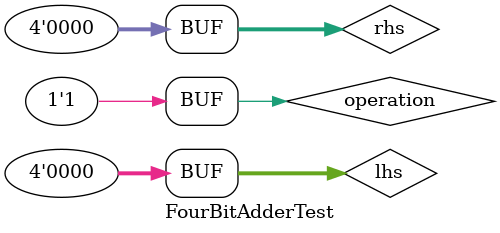
<source format=v>
module OneBitFullAdderDirect(
  input wire lhs,
  input wire rhs,
  input wire cin,
  output wire sum,
  output wire cout
);

  // Invert inputs
  not(lhs_, lhs);
  not(rhs_, rhs);
  not(cin_, cin);

  // Compute sum products
  and(lhs_rhs_, lhs_, rhs_);
  and(lhs_cin_, lhs_, cin_);
  and(rhs_cin_, rhs_, cin_);
  and(rhslhs, rhs, lhs);

  and(lhs_rhs_cin, lhs_rhs_, cin);
  and(lhs_cin_rhs, lhs_cin_, rhs);
  and(rhs_cin_lhs, rhs_cin_, lhs);
  and(rhslhscin, rhslhs, cin);

  // Compute cout products
  and(rhs_and_cin, rhs, cin);
  and(lhs_and_cin, lhs, cin);
  and(lhs_and_rhs, lhs, rhs);

  // Compute sum sums
  or(left_sum_buffer, lhs_rhs_cin, lhs_cin_rhs);
  or(right_sum_buffer, rhs_cin_lhs, rhslhscin);
  or(sum, left_sum_buffer, right_sum_buffer);

  // Compute cout sums
  or(cout_buffer, rhs_and_cin, lhs_and_cin);
  or(cout, cout_buffer, lhs_and_rhs);

endmodule // OneBitFullAdderDirect


module FourBitAdder(
  input wire operation,
  input wire [3:0] lhs,
  input wire [3:0] rhs,
  output wire [3:0] sum,
  output wire cout,
  output wire overflow
);

  // Carry wires
  wire c0;
  wire c1;
  wire c2;

  // XOR the right hand side with the operation
  xor(rhs_0, rhs[0], operation);
  xor(rhs_1, rhs[1], operation);
  xor(rhs_2, rhs[2], operation);
  xor(rhs_3, rhs[3], operation);

  // Full adder modules
  OneBitFullAdderDirect adder_0(lhs[0], rhs_0, operation, sum[0], c0);
  OneBitFullAdderDirect adder_1(lhs[1], rhs_1, c0, sum[1], c1);
  OneBitFullAdderDirect adder_2(lhs[2], rhs_2, c1, sum[2], c2);
  OneBitFullAdderDirect adder_3(lhs[3], rhs_3, c2, sum[3], cout);

  // Compute overflow
  xor(overflow, cout, c2);

endmodule // FourBitAdder


module FourBitAdderTest;

  reg operation;
  reg signed [3:0] lhs;
  reg signed [3:0] rhs;
  wire signed [3:0] sum;
  wire cout;
  wire overflow;

  FourBitAdder fourBitAdder(operation, lhs, rhs, sum, cout, overflow);

  initial begin
    $monitor("op = %d, lhs = %d, rhs = %d, sum = %d, cout = %d, overflow = %d", operation, lhs, rhs, sum, cout, overflow);
    operation = 0; lhs = 5; rhs = 3;
    #20; operation = 0; lhs = 5; rhs = 0;
    #20; operation = 0; lhs = 5; rhs = -6;
    #20; operation = 1; lhs = 3; rhs = -3;
    #20; operation = 1; lhs = 4; rhs = 2;
    #20; operation = 0; lhs = 6; rhs = 7;
    #20; operation = 0; lhs = 0; rhs = 0;
    #20; operation = 1; lhs = 0; rhs = 0;
  end

endmodule // FourBitAdderTest
</source>
